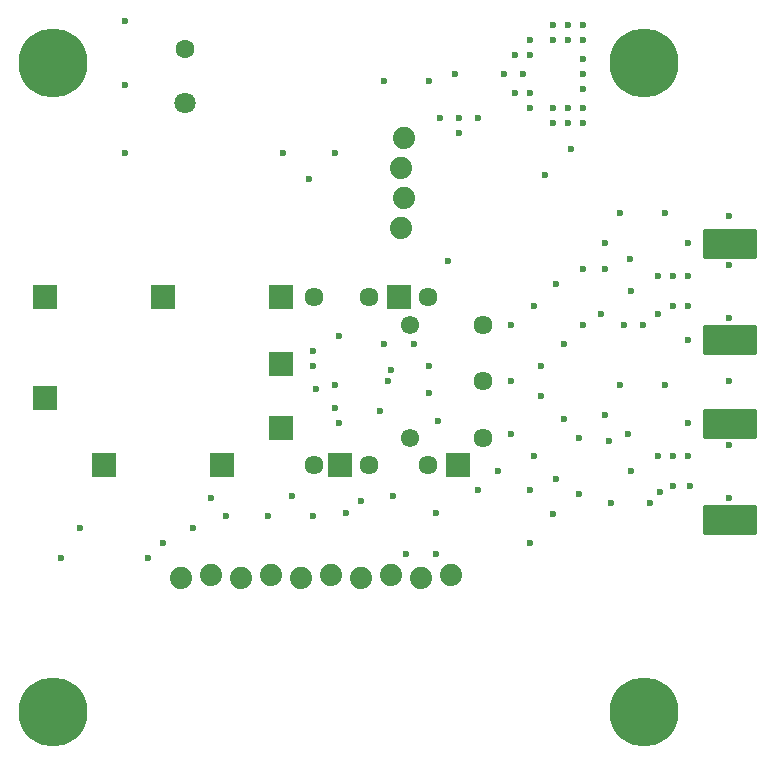
<source format=gbr>
G75*
%MOIN*%
%OFA0B0*%
%FSLAX25Y25*%
%IPPOS*%
%LPD*%
%AMOC8*
5,1,8,0,0,1.08239X$1,22.5*
%
%ADD10R,0.07874X0.07874*%
%ADD11C,0.06358*%
%ADD12C,0.06102*%
%ADD13C,0.23000*%
%ADD14C,0.01600*%
%ADD15C,0.06299*%
%ADD16C,0.07087*%
%ADD17C,0.07400*%
%ADD18C,0.02362*%
D10*
X0064242Y0103749D03*
X0044557Y0126091D03*
X0044557Y0159851D03*
X0083927Y0159851D03*
X0123297Y0159851D03*
X0123297Y0137509D03*
X0123297Y0116249D03*
X0103612Y0103749D03*
X0142982Y0103749D03*
X0182352Y0103749D03*
X0162667Y0159851D03*
D11*
X0152825Y0159851D03*
X0134321Y0159851D03*
X0172510Y0159851D03*
X0190620Y0150698D03*
X0190620Y0131800D03*
X0190620Y0112902D03*
X0172510Y0103749D03*
X0152825Y0103749D03*
X0134321Y0103749D03*
D12*
X0166211Y0112902D03*
X0166211Y0150698D03*
D13*
X0047352Y0021485D03*
X0244203Y0021485D03*
X0244203Y0238020D03*
X0047352Y0238020D03*
D14*
X0264717Y0182000D02*
X0281117Y0182000D01*
X0281117Y0173600D01*
X0264717Y0173600D01*
X0264717Y0182000D01*
X0264717Y0175199D02*
X0281117Y0175199D01*
X0281117Y0176798D02*
X0264717Y0176798D01*
X0264717Y0178397D02*
X0281117Y0178397D01*
X0281117Y0179996D02*
X0264717Y0179996D01*
X0264717Y0181595D02*
X0281117Y0181595D01*
X0281117Y0150000D02*
X0264717Y0150000D01*
X0281117Y0150000D02*
X0281117Y0141600D01*
X0264717Y0141600D01*
X0264717Y0150000D01*
X0264717Y0143199D02*
X0281117Y0143199D01*
X0281117Y0144798D02*
X0264717Y0144798D01*
X0264717Y0146397D02*
X0281117Y0146397D01*
X0281117Y0147996D02*
X0264717Y0147996D01*
X0264717Y0149595D02*
X0281117Y0149595D01*
X0281117Y0122000D02*
X0264717Y0122000D01*
X0281117Y0122000D02*
X0281117Y0113600D01*
X0264717Y0113600D01*
X0264717Y0122000D01*
X0264717Y0115199D02*
X0281117Y0115199D01*
X0281117Y0116798D02*
X0264717Y0116798D01*
X0264717Y0118397D02*
X0281117Y0118397D01*
X0281117Y0119996D02*
X0264717Y0119996D01*
X0264717Y0121595D02*
X0281117Y0121595D01*
X0281117Y0090000D02*
X0264717Y0090000D01*
X0281117Y0090000D02*
X0281117Y0081600D01*
X0264717Y0081600D01*
X0264717Y0090000D01*
X0264717Y0083199D02*
X0281117Y0083199D01*
X0281117Y0084798D02*
X0264717Y0084798D01*
X0264717Y0086397D02*
X0281117Y0086397D01*
X0281117Y0087996D02*
X0264717Y0087996D01*
X0264717Y0089595D02*
X0281117Y0089595D01*
D15*
X0091417Y0242430D03*
D16*
X0091417Y0224713D03*
D17*
X0164417Y0213050D03*
X0163417Y0203050D03*
X0164417Y0193050D03*
X0163417Y0183050D03*
X0160167Y0067300D03*
X0150167Y0066300D03*
X0140167Y0067300D03*
X0130167Y0066300D03*
X0120167Y0067300D03*
X0110167Y0066300D03*
X0100167Y0067300D03*
X0090167Y0066300D03*
X0170167Y0066300D03*
X0180167Y0067300D03*
D18*
X0175167Y0074300D03*
X0165167Y0074300D03*
X0175167Y0088050D03*
X0188917Y0095550D03*
X0195792Y0101800D03*
X0206417Y0095550D03*
X0215167Y0099300D03*
X0222667Y0094300D03*
X0233292Y0091175D03*
X0240167Y0101800D03*
X0248917Y0106800D03*
X0253917Y0106800D03*
X0258917Y0106800D03*
X0259542Y0096800D03*
X0253917Y0096800D03*
X0249542Y0094925D03*
X0246417Y0091175D03*
X0232667Y0111800D03*
X0238917Y0114300D03*
X0231417Y0120550D03*
X0222667Y0113050D03*
X0217667Y0119300D03*
X0210167Y0126800D03*
X0200167Y0131800D03*
X0210167Y0136800D03*
X0217667Y0144300D03*
X0223917Y0150550D03*
X0230167Y0154300D03*
X0237667Y0150550D03*
X0243917Y0150550D03*
X0248917Y0154300D03*
X0253917Y0156800D03*
X0258917Y0156800D03*
X0258917Y0166800D03*
X0253917Y0166800D03*
X0248917Y0166800D03*
X0240167Y0161800D03*
X0231417Y0169300D03*
X0223917Y0169300D03*
X0215167Y0164300D03*
X0207667Y0156800D03*
X0200167Y0150550D03*
X0178917Y0171800D03*
X0167667Y0144300D03*
X0172667Y0136800D03*
X0172667Y0128050D03*
X0175792Y0118675D03*
X0158917Y0131800D03*
X0160167Y0135550D03*
X0157667Y0144300D03*
X0142667Y0146800D03*
X0133917Y0141800D03*
X0133917Y0136800D03*
X0141417Y0130550D03*
X0135167Y0129300D03*
X0141417Y0123050D03*
X0142667Y0118050D03*
X0156417Y0121800D03*
X0160792Y0093675D03*
X0150167Y0091800D03*
X0145167Y0088050D03*
X0133917Y0086800D03*
X0127042Y0093675D03*
X0118917Y0086800D03*
X0105167Y0086800D03*
X0100167Y0093050D03*
X0093917Y0083050D03*
X0083917Y0078050D03*
X0078917Y0073050D03*
X0056417Y0083050D03*
X0050167Y0073050D03*
X0132667Y0199300D03*
X0123917Y0208050D03*
X0141417Y0208050D03*
X0157667Y0231800D03*
X0172667Y0231800D03*
X0181417Y0234300D03*
X0197667Y0234300D03*
X0203917Y0234300D03*
X0201417Y0228050D03*
X0206417Y0228050D03*
X0206417Y0223050D03*
X0213917Y0223050D03*
X0218917Y0223050D03*
X0218917Y0218050D03*
X0213917Y0218050D03*
X0223917Y0218050D03*
X0223917Y0223050D03*
X0223917Y0229300D03*
X0223917Y0234300D03*
X0223917Y0239300D03*
X0223917Y0245550D03*
X0218917Y0245550D03*
X0213917Y0245550D03*
X0213917Y0250550D03*
X0218917Y0250550D03*
X0223917Y0250550D03*
X0206417Y0245550D03*
X0206417Y0240550D03*
X0201417Y0240550D03*
X0188917Y0219615D03*
X0182667Y0219615D03*
X0182667Y0214615D03*
X0176417Y0219615D03*
X0211417Y0200550D03*
X0220167Y0209300D03*
X0236417Y0188050D03*
X0231417Y0178050D03*
X0239542Y0172425D03*
X0251417Y0188050D03*
X0258917Y0178050D03*
X0272667Y0170550D03*
X0272667Y0186800D03*
X0272667Y0153050D03*
X0258917Y0145550D03*
X0251417Y0130550D03*
X0236417Y0130550D03*
X0258917Y0118050D03*
X0272667Y0110550D03*
X0272667Y0093050D03*
X0272667Y0131800D03*
X0213917Y0087425D03*
X0206417Y0078050D03*
X0207667Y0106800D03*
X0200167Y0114300D03*
X0071417Y0208050D03*
X0071417Y0230550D03*
X0071417Y0251800D03*
M02*

</source>
